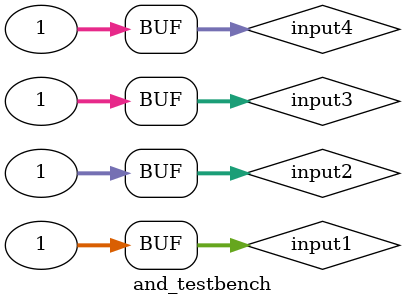
<source format=v>
`timescale 1ns/1ns

module and_testbench;
	reg[31:0] input1;
	reg[31:0] input2;
    reg[31:0] input3;
	reg[31:0] input4;
	wire[31:0] data_out;

	and_gate and_inst(
		.input1(input1),
		.input2(input2),
        .input3(input3),
        .input4(input4),
		.out(data_out)
	);

	initial begin
	#1 	input1 = 32'b0;
 		input2 = 32'b0;
        input3 = 32'b1;
        input4 = 32'b1;

	#1 	input1 = 32'b0;
 		input2 = 32'b1;
        input3 = 32'b1;
        input4 = 32'b1;

    #1 	input1 = 32'b1;
 		input2 = 32'b0;
        input3 = 32'b1;
        input4 = 32'b1;
    
    #1 	input1 = 32'b1;
 		input2 = 32'b1;
        input3 = 32'b1;
        input4 = 32'b1;
	end

	initial begin
		$dumpfile ("and.vcd");
		$dumpvars;
	end
endmodule
</source>
